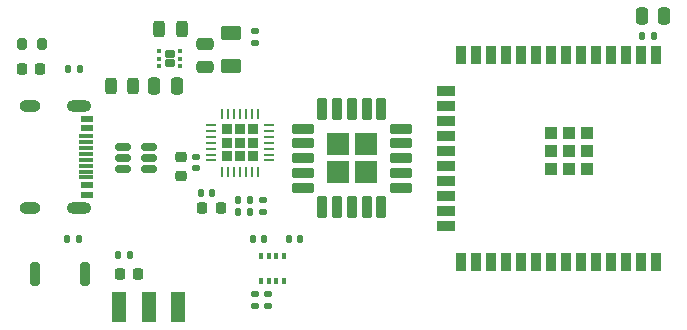
<source format=gbr>
%TF.GenerationSoftware,KiCad,Pcbnew,7.0.5-0*%
%TF.CreationDate,2024-04-28T23:55:43+02:00*%
%TF.ProjectId,esp32-eter,65737033-322d-4657-9465-722e6b696361,rev?*%
%TF.SameCoordinates,Original*%
%TF.FileFunction,Paste,Top*%
%TF.FilePolarity,Positive*%
%FSLAX46Y46*%
G04 Gerber Fmt 4.6, Leading zero omitted, Abs format (unit mm)*
G04 Created by KiCad (PCBNEW 7.0.5-0) date 2024-04-28 23:55:43*
%MOMM*%
%LPD*%
G01*
G04 APERTURE LIST*
G04 Aperture macros list*
%AMRoundRect*
0 Rectangle with rounded corners*
0 $1 Rounding radius*
0 $2 $3 $4 $5 $6 $7 $8 $9 X,Y pos of 4 corners*
0 Add a 4 corners polygon primitive as box body*
4,1,4,$2,$3,$4,$5,$6,$7,$8,$9,$2,$3,0*
0 Add four circle primitives for the rounded corners*
1,1,$1+$1,$2,$3*
1,1,$1+$1,$4,$5*
1,1,$1+$1,$6,$7*
1,1,$1+$1,$8,$9*
0 Add four rect primitives between the rounded corners*
20,1,$1+$1,$2,$3,$4,$5,0*
20,1,$1+$1,$4,$5,$6,$7,0*
20,1,$1+$1,$6,$7,$8,$9,0*
20,1,$1+$1,$8,$9,$2,$3,0*%
G04 Aperture macros list end*
%ADD10RoundRect,0.135000X0.135000X0.185000X-0.135000X0.185000X-0.135000X-0.185000X0.135000X-0.185000X0*%
%ADD11R,0.900000X1.500000*%
%ADD12R,1.500000X0.900000*%
%ADD13R,1.050000X1.050000*%
%ADD14RoundRect,0.140000X-0.140000X-0.170000X0.140000X-0.170000X0.140000X0.170000X-0.140000X0.170000X0*%
%ADD15RoundRect,0.200000X-0.200000X-0.275000X0.200000X-0.275000X0.200000X0.275000X-0.200000X0.275000X0*%
%ADD16RoundRect,0.135000X-0.185000X0.135000X-0.185000X-0.135000X0.185000X-0.135000X0.185000X0.135000X0*%
%ADD17RoundRect,0.172500X0.262500X0.172500X-0.262500X0.172500X-0.262500X-0.172500X0.262500X-0.172500X0*%
%ADD18RoundRect,0.093750X0.093750X0.106250X-0.093750X0.106250X-0.093750X-0.106250X0.093750X-0.106250X0*%
%ADD19R,1.000000X0.600000*%
%ADD20R,1.150000X0.300000*%
%ADD21O,2.100000X1.000000*%
%ADD22O,1.800000X1.000000*%
%ADD23RoundRect,0.250000X0.475000X-0.250000X0.475000X0.250000X-0.475000X0.250000X-0.475000X-0.250000X0*%
%ADD24RoundRect,0.243750X0.243750X0.456250X-0.243750X0.456250X-0.243750X-0.456250X0.243750X-0.456250X0*%
%ADD25R,1.250000X2.500000*%
%ADD26RoundRect,0.140000X-0.170000X0.140000X-0.170000X-0.140000X0.170000X-0.140000X0.170000X0.140000X0*%
%ADD27R,0.350000X0.500000*%
%ADD28RoundRect,0.250000X-0.625000X0.375000X-0.625000X-0.375000X0.625000X-0.375000X0.625000X0.375000X0*%
%ADD29RoundRect,0.135000X-0.135000X-0.185000X0.135000X-0.185000X0.135000X0.185000X-0.135000X0.185000X0*%
%ADD30RoundRect,0.140000X0.140000X0.170000X-0.140000X0.170000X-0.140000X-0.170000X0.140000X-0.170000X0*%
%ADD31RoundRect,0.225000X-0.250000X0.225000X-0.250000X-0.225000X0.250000X-0.225000X0.250000X0.225000X0*%
%ADD32RoundRect,0.250000X-0.250000X-0.475000X0.250000X-0.475000X0.250000X0.475000X-0.250000X0.475000X0*%
%ADD33RoundRect,0.243750X-0.243750X-0.456250X0.243750X-0.456250X0.243750X0.456250X-0.243750X0.456250X0*%
%ADD34RoundRect,0.225000X-0.225000X-0.225000X0.225000X-0.225000X0.225000X0.225000X-0.225000X0.225000X0*%
%ADD35RoundRect,0.062500X-0.337500X-0.062500X0.337500X-0.062500X0.337500X0.062500X-0.337500X0.062500X0*%
%ADD36RoundRect,0.062500X-0.062500X-0.337500X0.062500X-0.337500X0.062500X0.337500X-0.062500X0.337500X0*%
%ADD37RoundRect,0.225000X-0.225000X-0.250000X0.225000X-0.250000X0.225000X0.250000X-0.225000X0.250000X0*%
%ADD38RoundRect,0.200000X0.200000X0.800000X-0.200000X0.800000X-0.200000X-0.800000X0.200000X-0.800000X0*%
%ADD39RoundRect,0.135000X0.185000X-0.135000X0.185000X0.135000X-0.185000X0.135000X-0.185000X-0.135000X0*%
%ADD40RoundRect,0.250001X-0.714999X-0.714999X0.714999X-0.714999X0.714999X0.714999X-0.714999X0.714999X0*%
%ADD41RoundRect,0.212500X-0.737500X-0.212500X0.737500X-0.212500X0.737500X0.212500X-0.737500X0.212500X0*%
%ADD42RoundRect,0.212500X-0.212500X-0.737500X0.212500X-0.737500X0.212500X0.737500X-0.212500X0.737500X0*%
%ADD43RoundRect,0.150000X-0.512500X-0.150000X0.512500X-0.150000X0.512500X0.150000X-0.512500X0.150000X0*%
%ADD44RoundRect,0.225000X0.225000X0.250000X-0.225000X0.250000X-0.225000X-0.250000X0.225000X-0.250000X0*%
G04 APERTURE END LIST*
D10*
%TO.C,R3*%
X87560000Y-71660000D03*
X86540000Y-71660000D03*
%TD*%
D11*
%TO.C,U1*%
X121920000Y-58420000D03*
X120650000Y-58420000D03*
X119380000Y-58420000D03*
X118110000Y-58420000D03*
X116840000Y-58420000D03*
X115570000Y-58420000D03*
X114300000Y-58420000D03*
X113030000Y-58420000D03*
X111760000Y-58420000D03*
X110490000Y-58420000D03*
X109220000Y-58420000D03*
X107950000Y-58420000D03*
X106680000Y-58420000D03*
X105410000Y-58420000D03*
D12*
X104160000Y-61460000D03*
X104160000Y-62730000D03*
X104160000Y-64000000D03*
X104160000Y-65270000D03*
X104160000Y-66540000D03*
X104160000Y-67810000D03*
X104160000Y-69080000D03*
X104160000Y-70350000D03*
X104160000Y-71620000D03*
X104160000Y-72890000D03*
D11*
X105410000Y-75920000D03*
X106680000Y-75920000D03*
X107950000Y-75920000D03*
X109220000Y-75920000D03*
X110490000Y-75920000D03*
X111760000Y-75920000D03*
X113030000Y-75920000D03*
X114300000Y-75920000D03*
X115570000Y-75920000D03*
X116840000Y-75920000D03*
X118110000Y-75920000D03*
X119380000Y-75920000D03*
X120650000Y-75920000D03*
X121920000Y-75920000D03*
D13*
X116105000Y-64965000D03*
X114580000Y-64965000D03*
X113055000Y-64965000D03*
X116105000Y-66490000D03*
X114580000Y-66490000D03*
X113055000Y-66490000D03*
X116105000Y-68015000D03*
X114580000Y-68015000D03*
X113055000Y-68015000D03*
%TD*%
D10*
%TO.C,R8*%
X77420000Y-75300000D03*
X76400000Y-75300000D03*
%TD*%
D14*
%TO.C,C2*%
X120770000Y-56750000D03*
X121730000Y-56750000D03*
%TD*%
D15*
%TO.C,R10*%
X68265000Y-57430000D03*
X69915000Y-57430000D03*
%TD*%
D16*
%TO.C,R7*%
X89050000Y-78600000D03*
X89050000Y-79620000D03*
%TD*%
D17*
%TO.C,U4*%
X80762500Y-59090000D03*
X80762500Y-58290000D03*
D18*
X81650000Y-59340000D03*
X81650000Y-58690000D03*
X81650000Y-58040000D03*
X79875000Y-58040000D03*
X79875000Y-58690000D03*
X79875000Y-59340000D03*
%TD*%
D19*
%TO.C,J1*%
X73755000Y-63800000D03*
X73755000Y-64600000D03*
D20*
X73680000Y-65750000D03*
X73680000Y-66750000D03*
X73680000Y-67250000D03*
X73680000Y-68250000D03*
D19*
X73755000Y-69400000D03*
X73755000Y-70200000D03*
X73755000Y-70200000D03*
X73755000Y-69400000D03*
D20*
X73680000Y-68750000D03*
X73680000Y-67750000D03*
X73680000Y-66250000D03*
X73680000Y-65250000D03*
D19*
X73755000Y-64600000D03*
X73755000Y-63800000D03*
D21*
X73105000Y-62680000D03*
D22*
X68925000Y-62680000D03*
D21*
X73105000Y-71320000D03*
D22*
X68925000Y-71320000D03*
%TD*%
D16*
%TO.C,R9*%
X87962500Y-56350000D03*
X87962500Y-57370000D03*
%TD*%
D23*
%TO.C,C8*%
X83712500Y-59370000D03*
X83712500Y-57470000D03*
%TD*%
D24*
%TO.C,D1*%
X77662500Y-61020000D03*
X75787500Y-61020000D03*
%TD*%
D14*
%TO.C,C3*%
X83370000Y-70070000D03*
X84330000Y-70070000D03*
%TD*%
D25*
%TO.C,SW2*%
X76500000Y-79750000D03*
X79000000Y-79750000D03*
X81500000Y-79750000D03*
%TD*%
D26*
%TO.C,C6*%
X82960000Y-66980000D03*
X82960000Y-67940000D03*
%TD*%
D16*
%TO.C,R6*%
X87950000Y-78600000D03*
X87950000Y-79620000D03*
%TD*%
D27*
%TO.C,U5*%
X90450000Y-77485000D03*
X89800000Y-77485000D03*
X89150000Y-77485000D03*
X88500000Y-77485000D03*
X88500000Y-75435000D03*
X89150000Y-75435000D03*
X89800000Y-75435000D03*
X90450000Y-75435000D03*
%TD*%
D28*
%TO.C,D3*%
X85962500Y-56480000D03*
X85962500Y-59280000D03*
%TD*%
D29*
%TO.C,R4*%
X86530000Y-70660000D03*
X87550000Y-70660000D03*
%TD*%
D30*
%TO.C,C9*%
X88730000Y-74000000D03*
X87770000Y-74000000D03*
%TD*%
D31*
%TO.C,C5*%
X81710000Y-67060000D03*
X81710000Y-68610000D03*
%TD*%
D14*
%TO.C,C10*%
X90870000Y-73950000D03*
X91830000Y-73950000D03*
%TD*%
D32*
%TO.C,C7*%
X79462500Y-61000000D03*
X81362500Y-61000000D03*
%TD*%
D33*
%TO.C,D2*%
X79887500Y-56200000D03*
X81762500Y-56200000D03*
%TD*%
D34*
%TO.C,U3*%
X85590000Y-64690000D03*
X85590000Y-65810000D03*
X85590000Y-66930000D03*
X86710000Y-64690000D03*
X86710000Y-65810000D03*
X86710000Y-66930000D03*
X87830000Y-64690000D03*
X87830000Y-65810000D03*
X87830000Y-66930000D03*
D35*
X84260000Y-64310000D03*
X84260000Y-64810000D03*
X84260000Y-65310000D03*
X84260000Y-65810000D03*
X84260000Y-66310000D03*
X84260000Y-66810000D03*
X84260000Y-67310000D03*
D36*
X85210000Y-68260000D03*
X85710000Y-68260000D03*
X86210000Y-68260000D03*
X86710000Y-68260000D03*
X87210000Y-68260000D03*
X87710000Y-68260000D03*
X88210000Y-68260000D03*
D35*
X89160000Y-67310000D03*
X89160000Y-66810000D03*
X89160000Y-66310000D03*
X89160000Y-65810000D03*
X89160000Y-65310000D03*
X89160000Y-64810000D03*
X89160000Y-64310000D03*
D36*
X88210000Y-63360000D03*
X87710000Y-63360000D03*
X87210000Y-63360000D03*
X86710000Y-63360000D03*
X86210000Y-63360000D03*
X85710000Y-63360000D03*
X85210000Y-63360000D03*
%TD*%
D37*
%TO.C,C11*%
X76525000Y-76900000D03*
X78075000Y-76900000D03*
%TD*%
D32*
%TO.C,C1*%
X120750000Y-55100000D03*
X122650000Y-55100000D03*
%TD*%
D29*
%TO.C,R2*%
X72130000Y-59610000D03*
X73150000Y-59610000D03*
%TD*%
D37*
%TO.C,C4*%
X83525000Y-71370000D03*
X85075000Y-71370000D03*
%TD*%
D38*
%TO.C,SW1*%
X73570000Y-76920000D03*
X69370000Y-76920000D03*
%TD*%
D39*
%TO.C,R5*%
X88650000Y-71670000D03*
X88650000Y-70650000D03*
%TD*%
D40*
%TO.C,U6*%
X94980000Y-65920000D03*
X94980000Y-68320000D03*
X97380000Y-65920000D03*
X97380000Y-68320000D03*
D41*
X92030000Y-64620000D03*
X92030000Y-65870000D03*
X92030000Y-67120000D03*
X92030000Y-68370000D03*
X92030000Y-69620000D03*
D42*
X93680000Y-71270000D03*
X94930000Y-71270000D03*
X96180000Y-71270000D03*
X97430000Y-71270000D03*
X98680000Y-71270000D03*
D41*
X100330000Y-69620000D03*
X100330000Y-68370000D03*
X100330000Y-67120000D03*
X100330000Y-65870000D03*
X100330000Y-64620000D03*
D42*
X98680000Y-62970000D03*
X97430000Y-62970000D03*
X96180000Y-62970000D03*
X94930000Y-62970000D03*
X93680000Y-62970000D03*
%TD*%
D29*
%TO.C,R1*%
X72100000Y-73920000D03*
X73120000Y-73920000D03*
%TD*%
D43*
%TO.C,U2*%
X76762500Y-66130000D03*
X76762500Y-67080000D03*
X76762500Y-68030000D03*
X79037500Y-68030000D03*
X79037500Y-67080000D03*
X79037500Y-66130000D03*
%TD*%
D44*
%TO.C,C12*%
X69775000Y-59560000D03*
X68225000Y-59560000D03*
%TD*%
M02*

</source>
